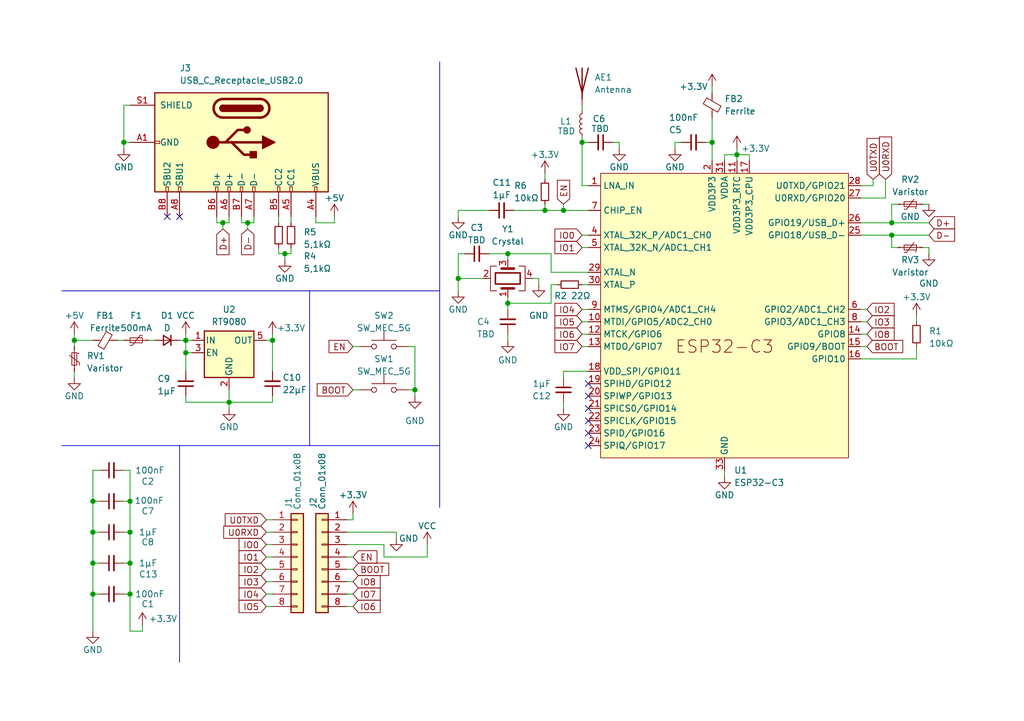
<source format=kicad_sch>
(kicad_sch (version 20231120) (generator "eeschema") (generator_version "8.0")
  (paper "A5")
  (title_block (title "Epi C3") (company "Ping hobbyelektronik"))
  (lib_symbols
    (symbol "Connector:USB_C_Receptacle_USB2.0" (pin_names (offset 1.016))
      (property "Reference" "J" (at -10.16 19.05 0))
      (property "Value" "USB_C_Receptacle_USB2.0" (at 19.05 19.05 0))
      (symbol "USB_C_Receptacle_USB2.0_0_0"
        (rectangle (start -0.254 -17.78) (end 0.254 -16.764))
        (rectangle (start 10.16 -14.986) (end 9.144 -15.494))
        (rectangle (start 10.16 -12.446) (end 9.144 -12.954))
        (rectangle (start 10.16 -4.826) (end 9.144 -5.334))
        (rectangle (start 10.16 -2.286) (end 9.144 -2.794))
        (rectangle (start 10.16 0.254) (end 9.144 -0.254))
        (rectangle (start 10.16 2.794) (end 9.144 2.286))
        (rectangle (start 10.16 7.874) (end 9.144 7.366))
        (rectangle (start 10.16 10.414) (end 9.144 9.906))
        (rectangle (start 10.16 15.494) (end 9.144 14.986))
      )
      (symbol "USB_C_Receptacle_USB2.0_0_1"
        (rectangle (start -10.16 17.78) (end 10.16 -17.78) (stroke (width 0.254)) (fill (type background)))
        (arc (start -8.89 -3.81) (mid -6.985 -5.7067) (end -5.08 -3.81) (stroke (width 0.508)))
        (arc (start -7.62 -3.81) (mid -6.985 -4.4423) (end -6.35 -3.81) (stroke (width 0.254)))
        (arc (start -7.62 -3.81) (mid -6.985 -4.4423) (end -6.35 -3.81) (stroke (width 0.254)) (fill (type outline)))
        (rectangle (start -7.62 -3.81) (end -6.35 3.81) (stroke (width 0.254)) (fill (type outline)))
        (arc (start -6.35 3.81) (mid -6.985 4.4423) (end -7.62 3.81) (stroke (width 0.254)))
        (arc (start -6.35 3.81) (mid -6.985 4.4423) (end -7.62 3.81) (stroke (width 0.254)) (fill (type outline)))
        (arc (start -5.08 3.81) (mid -6.985 5.7067) (end -8.89 3.81) (stroke (width 0.508)))
        (circle (center -2.54 1.143) (radius 0.635) (stroke (width 0.254)) (fill (type outline)))
        (circle (center 0 -5.842) (radius 1.27) (fill (type outline)))
        (polyline (pts (xy -8.89 -3.81) (xy -8.89 3.81)) (stroke (width 0.508)))
        (polyline (pts (xy -5.08 3.81) (xy -5.08 -3.81)) (stroke (width 0.508)))
        (polyline (pts (xy 0 -5.842) (xy 0 4.318)) (stroke (width 0.508)))
        (polyline (pts (xy 0 -3.302) (xy -2.54 -0.762) (xy -2.54 0.508)) (stroke (width 0.508)))
        (polyline (pts (xy 0 -2.032) (xy 2.54 0.508) (xy 2.54 1.778)) (stroke (width 0.508)))
        (polyline (pts (xy -1.27 4.318) (xy 0 6.858) (xy 1.27 4.318) (xy -1.27 4.318)) (stroke (width 0.254)) (fill (type outline)))
        (rectangle (start 1.905 1.778) (end 3.175 3.048) (stroke (width 0.254)) (fill (type outline)))
      )
      (symbol "USB_C_Receptacle_USB2.0_1_1"
        (pin passive line (at 0 -22.86 90) (length 5.08) (name "GND") (number "A1"))
        (pin passive line (at 0 -22.86 90) (length 5.08) hide (name "GND") (number "A12"))
        (pin passive line (at 15.24 15.24 180) (length 5.08) (name "VBUS") (number "A4"))
        (pin bidirectional line (at 15.24 10.16 180) (length 5.08) (name "CC1") (number "A5"))
        (pin bidirectional line (at 15.24 -2.54 180) (length 5.08) (name "D+") (number "A6"))
        (pin bidirectional line (at 15.24 2.54 180) (length 5.08) (name "D-") (number "A7"))
        (pin bidirectional line (at 15.24 -12.7 180) (length 5.08) (name "SBU1") (number "A8"))
        (pin passive line (at 15.24 15.24 180) (length 5.08) hide (name "VBUS") (number "A9"))
        (pin passive line (at 0 -22.86 90) (length 5.08) hide (name "GND") (number "B1"))
        (pin passive line (at 0 -22.86 90) (length 5.08) hide (name "GND") (number "B12"))
        (pin passive line (at 15.24 15.24 180) (length 5.08) hide (name "VBUS") (number "B4"))
        (pin bidirectional line (at 15.24 7.62 180) (length 5.08) (name "CC2") (number "B5"))
        (pin bidirectional line (at 15.24 -5.08 180) (length 5.08) (name "D+") (number "B6"))
        (pin bidirectional line (at 15.24 0 180) (length 5.08) (name "D-") (number "B7"))
        (pin bidirectional line (at 15.24 -15.24 180) (length 5.08) (name "SBU2") (number "B8"))
        (pin passive line (at 15.24 15.24 180) (length 5.08) hide (name "VBUS") (number "B9"))
        (pin passive line (at -7.62 -22.86 90) (length 5.08) (name "SHIELD") (number "S1"))
      )
    )
    (symbol "Connector_Generic:Conn_01x08" (pin_names (offset 1.016) hide)
      (property "Reference" "J" (at 0 10.16 0))
      (property "Value" "Conn_01x08" (at 0 -12.7 0))
      (symbol "Conn_01x08_1_1"
        (rectangle (start -1.27 -10.033) (end 0 -10.287) (stroke (width 0.1524)))
        (rectangle (start -1.27 -7.493) (end 0 -7.747) (stroke (width 0.1524)))
        (rectangle (start -1.27 -4.953) (end 0 -5.207) (stroke (width 0.1524)))
        (rectangle (start -1.27 -2.413) (end 0 -2.667) (stroke (width 0.1524)))
        (rectangle (start -1.27 0.127) (end 0 -0.127) (stroke (width 0.1524)))
        (rectangle (start -1.27 2.667) (end 0 2.413) (stroke (width 0.1524)))
        (rectangle (start -1.27 5.207) (end 0 4.953) (stroke (width 0.1524)))
        (rectangle (start -1.27 7.747) (end 0 7.493) (stroke (width 0.1524)))
        (rectangle (start -1.27 8.89) (end 1.27 -11.43) (stroke (width 0.254)) (fill (type background)))
        (pin passive line (at -5.08 7.62 0) (length 3.81) (name "Pin_1") (number "1"))
        (pin passive line (at -5.08 5.08 0) (length 3.81) (name "Pin_2") (number "2"))
        (pin passive line (at -5.08 2.54 0) (length 3.81) (name "Pin_3") (number "3"))
        (pin passive line (at -5.08 0 0) (length 3.81) (name "Pin_4") (number "4"))
        (pin passive line (at -5.08 -2.54 0) (length 3.81) (name "Pin_5") (number "5"))
        (pin passive line (at -5.08 -5.08 0) (length 3.81) (name "Pin_6") (number "6"))
        (pin passive line (at -5.08 -7.62 0) (length 3.81) (name "Pin_7") (number "7"))
        (pin passive line (at -5.08 -10.16 0) (length 3.81) (name "Pin_8") (number "8"))
      )
    )
    (symbol "Device:Antenna" (pin_numbers hide) (pin_names (offset 1.016) hide)
      (property "Reference" "AE" (at -1.905 1.905 0))
      (property "Value" "Antenna" (at -1.905 0 0))
      (symbol "Antenna_0_1"
        (polyline (pts (xy 0 2.54) (xy 0 -3.81)) (stroke (width 0.254)))
        (polyline (pts (xy 1.27 2.54) (xy 0 -2.54) (xy -1.27 2.54)) (stroke (width 0.254)))
      )
      (symbol "Antenna_1_1"
        (pin input line (at 0 -5.08 90) (length 2.54) (name "A") (number "1"))
      )
    )
    (symbol "Device:C_Small" (pin_numbers hide) (pin_names (offset 0.254) hide)
      (property "Reference" "C" (at 0.254 1.778 0))
      (property "Value" "C_Small" (at 0.254 -2.032 0))
      (symbol "C_Small_0_1"
        (polyline (pts (xy -1.524 -0.508) (xy 1.524 -0.508)) (stroke (width 0.3302)))
        (polyline (pts (xy -1.524 0.508) (xy 1.524 0.508)) (stroke (width 0.3048)))
      )
      (symbol "C_Small_1_1"
        (pin passive line (at 0 2.54 270) (length 2.032) (name "~") (number "1"))
        (pin passive line (at 0 -2.54 90) (length 2.032) (name "~") (number "2"))
      )
    )
    (symbol "Device:Crystal_GND24" (pin_names (offset 1.016) hide)
      (property "Reference" "Y" (at 3.175 5.08 0))
      (property "Value" "Crystal_GND24" (at 3.175 3.175 0))
      (symbol "Crystal_GND24_0_1"
        (rectangle (start -1.143 2.54) (end 1.143 -2.54) (stroke (width 0.3048)))
        (polyline (pts (xy -2.54 0) (xy -2.032 0)))
        (polyline (pts (xy -2.032 -1.27) (xy -2.032 1.27)) (stroke (width 0.508)))
        (polyline (pts (xy 0 -3.81) (xy 0 -3.556)))
        (polyline (pts (xy 0 3.556) (xy 0 3.81)))
        (polyline (pts (xy 2.032 -1.27) (xy 2.032 1.27)) (stroke (width 0.508)))
        (polyline (pts (xy 2.032 0) (xy 2.54 0)))
        (polyline (pts (xy -2.54 -2.286) (xy -2.54 -3.556) (xy 2.54 -3.556) (xy 2.54 -2.286)))
        (polyline (pts (xy -2.54 2.286) (xy -2.54 3.556) (xy 2.54 3.556) (xy 2.54 2.286)))
      )
      (symbol "Crystal_GND24_1_1"
        (pin passive line (at -3.81 0 0) (length 1.27) (name "1") (number "1"))
        (pin passive line (at 0 5.08 270) (length 1.27) (name "2") (number "2"))
        (pin passive line (at 3.81 0 180) (length 1.27) (name "3") (number "3"))
        (pin passive line (at 0 -5.08 90) (length 1.27) (name "4") (number "4"))
      )
    )
    (symbol "Device:D_Small" (pin_numbers hide) (pin_names (offset 0.254) hide)
      (property "Reference" "D" (at -1.27 2.032 0))
      (property "Value" "D_Small" (at -3.81 -2.032 0))
      (symbol "D_Small_0_1"
        (polyline (pts (xy -0.762 -1.016) (xy -0.762 1.016)) (stroke (width 0.254)))
        (polyline (pts (xy -0.762 0) (xy 0.762 0)))
        (polyline (pts (xy 0.762 -1.016) (xy -0.762 0) (xy 0.762 1.016) (xy 0.762 -1.016)) (stroke (width 0.254)))
      )
      (symbol "D_Small_1_1"
        (pin passive line (at -2.54 0 0) (length 1.778) (name "K") (number "1"))
        (pin passive line (at 2.54 0 180) (length 1.778) (name "A") (number "2"))
      )
    )
    (symbol "Device:FerriteBead_Small" (pin_numbers hide) (pin_names (offset 0))
      (property "Reference" "FB" (at 1.905 1.27 0))
      (property "Value" "FerriteBead_Small" (at 1.905 -1.27 0))
      (symbol "FerriteBead_Small_0_1"
        (polyline (pts (xy 0 -1.27) (xy 0 -0.7874)))
        (polyline (pts (xy 0 0.889) (xy 0 1.2954)))
        (polyline (pts (xy -1.8288 0.2794) (xy -1.1176 1.4986) (xy 1.8288 -0.2032) (xy 1.1176 -1.4224) (xy -1.8288 0.2794)))
      )
      (symbol "FerriteBead_Small_1_1"
        (pin passive line (at 0 2.54 270) (length 1.27) (name "~") (number "1"))
        (pin passive line (at 0 -2.54 90) (length 1.27) (name "~") (number "2"))
      )
    )
    (symbol "Device:L_Small" (pin_numbers hide) (pin_names (offset 0.254) hide)
      (property "Reference" "L" (at 0.762 1.016 0))
      (property "Value" "L_Small" (at 0.762 -1.016 0))
      (symbol "L_Small_0_1"
        (arc (start 0 -2.032) (mid 0.5058 -1.524) (end 0 -1.016))
        (arc (start 0 -1.016) (mid 0.5058 -0.508) (end 0 0))
        (arc (start 0 0) (mid 0.5058 0.508) (end 0 1.016))
        (arc (start 0 1.016) (mid 0.5058 1.524) (end 0 2.032))
      )
      (symbol "L_Small_1_1"
        (pin passive line (at 0 2.54 270) (length 0.508) (name "~") (number "1"))
        (pin passive line (at 0 -2.54 90) (length 0.508) (name "~") (number "2"))
      )
    )
    (symbol "Device:Polyfuse_Small" (pin_numbers hide) (pin_names (offset 0))
      (property "Reference" "F" (at -1.905 0 90))
      (property "Value" "Polyfuse_Small" (at 1.905 0 90))
      (symbol "Polyfuse_Small_0_1"
        (rectangle (start -0.508 1.27) (end 0.508 -1.27))
        (polyline (pts (xy 0 2.54) (xy 0 -2.54)))
        (polyline (pts (xy -1.016 1.27) (xy -1.016 0.762) (xy 1.016 -0.762) (xy 1.016 -1.27)))
      )
      (symbol "Polyfuse_Small_1_1"
        (pin passive line (at 0 2.54 270) (length 0.635) (name "~") (number "1"))
        (pin passive line (at 0 -2.54 90) (length 0.635) (name "~") (number "2"))
      )
    )
    (symbol "Device:R_Small" (pin_numbers hide) (pin_names (offset 0.254) hide)
      (property "Reference" "R" (at 0.762 0.508 0))
      (property "Value" "R_Small" (at 0.762 -1.016 0))
      (symbol "R_Small_0_1"
        (rectangle (start -0.762 1.778) (end 0.762 -1.778) (stroke (width 0.2032)))
      )
      (symbol "R_Small_1_1"
        (pin passive line (at 0 2.54 270) (length 0.762) (name "~") (number "1"))
        (pin passive line (at 0 -2.54 90) (length 0.762) (name "~") (number "2"))
      )
    )
    (symbol "PCM_Espressif:ESP32-C3"
      (property "Reference" "U" (at -25.4 35.56 0))
      (property "Value" "ESP32-C3" (at -25.4 33.02 0))
      (symbol "ESP32-C3_0_0"
        (text "ESP32-C3" (at 0 -5.08 0) (effects (font (size 2.54 2.54))))
        (pin bidirectional line (at -27.94 27.94 0) (length 2.54) (name "LNA_IN") (number "1"))
        (pin bidirectional line (at -27.94 0 0) (length 2.54) (name "MTDI/GPIO5/ADC2_CH0") (number "10"))
        (pin power_in line (at 2.54 33.02 270) (length 2.54) (name "VDD3P3_RTC") (number "11"))
        (pin bidirectional line (at -27.94 -2.54 0) (length 2.54) (name "MTCK/GPIO6") (number "12"))
        (pin bidirectional line (at -27.94 -5.08 0) (length 2.54) (name "MTDO/GPIO7") (number "13"))
        (pin bidirectional line (at 27.94 -2.54 180) (length 2.54) (name "GPIO8") (number "14"))
        (pin bidirectional line (at 27.94 -5.08 180) (length 2.54) (name "GPIO9/BOOT") (number "15"))
        (pin bidirectional line (at 27.94 -7.62 180) (length 2.54) (name "GPIO10") (number "16"))
        (pin power_in line (at 5.08 33.02 270) (length 2.54) (name "VDD3P3_CPU") (number "17"))
        (pin bidirectional line (at -27.94 -10.16 0) (length 2.54) (name "VDD_SPI/GPIO11") (number "18"))
        (pin bidirectional line (at -27.94 -12.7 0) (length 2.54) (name "SPIHD/GPIO12") (number "19"))
        (pin power_in line (at -2.54 33.02 270) (length 2.54) (name "VDD3P3") (number "2"))
        (pin bidirectional line (at -27.94 -15.24 0) (length 2.54) (name "SPIWP/GPIO13") (number "20"))
        (pin bidirectional line (at -27.94 -17.78 0) (length 2.54) (name "SPICS0/GPIO14") (number "21"))
        (pin bidirectional line (at -27.94 -20.32 0) (length 2.54) (name "SPICLK/GPIO15") (number "22"))
        (pin bidirectional line (at -27.94 -22.86 0) (length 2.54) (name "SPID/GPIO16") (number "23"))
        (pin bidirectional line (at -27.94 -25.4 0) (length 2.54) (name "SPIQ/GPIO17") (number "24"))
        (pin bidirectional line (at 27.94 17.78 180) (length 2.54) (name "GPIO18/USB_D-") (number "25"))
        (pin bidirectional line (at 27.94 20.32 180) (length 2.54) (name "GPIO19/USB_D+") (number "26"))
        (pin bidirectional line (at 27.94 25.4 180) (length 2.54) (name "U0RXD/GPIO20") (number "27"))
        (pin bidirectional line (at 27.94 27.94 180) (length 2.54) (name "U0TXD/GPIO21") (number "28"))
        (pin output line (at -27.94 10.16 0) (length 2.54) (name "XTAL_N") (number "29"))
        (pin input line (at -27.94 7.62 0) (length 2.54) (name "XTAL_P") (number "30"))
        (pin power_in line (at 0 33.02 270) (length 2.54) (name "VDDA") (number "31"))
        (pin power_in line (at 0 -30.48 90) (length 2.54) (name "GND") (number "33"))
        (pin output line (at -27.94 17.78 0) (length 2.54) (name "XTAL_32K_P/ADC1_CH0") (number "4"))
        (pin input line (at -27.94 15.24 0) (length 2.54) (name "XTAL_32K_N/ADC1_CH1") (number "5"))
        (pin bidirectional line (at 27.94 2.54 180) (length 2.54) (name "GPIO2/ADC1_CH2") (number "6"))
        (pin input line (at -27.94 22.86 0) (length 2.54) (name "CHIP_EN") (number "7"))
        (pin bidirectional line (at 27.94 0 180) (length 2.54) (name "GPIO3/ADC1_CH3") (number "8"))
        (pin bidirectional line (at -27.94 2.54 0) (length 2.54) (name "MTMS/GPIO4/ADC1_CH4") (number "9"))
      )
      (symbol "ESP32-C3_0_1"
        (rectangle (start -25.4 30.48) (end 25.4 -27.94) (fill (type background)))
        (pin passive line (at -2.54 33.02 270) (length 2.54) hide (name "VDD3P3") (number "3"))
        (pin passive line (at 0 33.02 270) (length 2.54) hide (name "VDDA") (number "32"))
      )
    )
    (symbol "Polyfuse_Small_1" (pin_numbers hide) (pin_names (offset 0))
      (property "Reference" "F2" (at 5.08 0 90))
      (property "Value" "Varistor" (at 2.54 0 90))
      (symbol "Polyfuse_Small_1_0_1"
        (rectangle (start -0.508 1.27) (end 0.508 -1.27))
        (polyline (pts (xy 0 2.54) (xy 0 -2.54)))
        (polyline (pts (xy -1.0104 0.7592) (xy -1.016 0.762) (xy 1.016 -0.762) (xy 1.016 -1.27)))
        (arc (start 0.9321 1.1065) (mid 0.8392 1.2001) (end 0.7377 1.1159))
      )
      (symbol "Polyfuse_Small_1_1_1"
        (pin passive line (at 0 2.54 270) (length 0.635) (name "~") (number "1"))
        (pin passive line (at 0 -2.54 90) (length 0.635) (name "~") (number "2"))
      )
    )
    (symbol "Regulator_Linear:TLV75533PDBV" (pin_names (offset 0.254))
      (property "Reference" "U" (at -3.81 5.715 0))
      (property "Value" "TLV75533PDBV" (at 0 5.715 0))
      (symbol "TLV75533PDBV_0_1"
        (rectangle (start -5.08 4.445) (end 5.08 -5.08) (stroke (width 0.254)) (fill (type background)))
      )
      (symbol "TLV75533PDBV_1_1"
        (pin power_in line (at -7.62 2.54 0) (length 2.54) (name "IN") (number "1"))
        (pin power_in line (at 0 -7.62 90) (length 2.54) (name "GND") (number "2"))
        (pin input line (at -7.62 0 0) (length 2.54) (name "EN") (number "3"))
        (pin no_connect line (at 5.08 0 180) (length 2.54) hide (name "NC") (number "4"))
        (pin power_out line (at 7.62 2.54 180) (length 2.54) (name "OUT") (number "5"))
      )
    )
    (symbol "SW_MEC_5G_1" (pin_numbers hide) (pin_names (offset 1.016) hide)
      (property "Reference" "SW2" (at 0 6.35 0))
      (property "Value" "SW_MEC_5G" (at 0 3.81 0))
      (symbol "SW_MEC_5G_1_0_1"
        (circle (center -2.032 0) (radius 0.508))
        (polyline (pts (xy 0 1.27) (xy 0 3.048)))
        (polyline (pts (xy 2.54 1.27) (xy -2.54 1.27)))
        (circle (center 2.032 0) (radius 0.508))
        (pin passive line (at -5.08 0 0) (length 2.54) (name "A") (number "1"))
      )
      (symbol "SW_MEC_5G_1_1_1"
        (pin passive line (at -5.08 0 0) (length 2.54) hide (name "A") (number "2"))
        (pin passive line (at 5.08 0 180) (length 2.54) (name "B") (number "3"))
        (pin passive line (at 5.08 0 180) (length 2.54) hide (name "B") (number "4"))
      )
    )
    (symbol "Switch:SW_MEC_5G" (pin_numbers hide) (pin_names (offset 1.016) hide)
      (property "Reference" "SW1" (at 0 6.35 0))
      (property "Value" "SW_MEC_5G" (at 0 3.81 0))
      (symbol "SW_MEC_5G_0_1"
        (circle (center -2.032 0) (radius 0.508))
        (polyline (pts (xy 0 1.27) (xy 0 3.048)))
        (polyline (pts (xy 2.54 1.27) (xy -2.54 1.27)))
        (circle (center 2.032 0) (radius 0.508))
        (pin passive line (at -5.08 0 0) (length 2.54) (name "A") (number "1"))
      )
      (symbol "SW_MEC_5G_1_1"
        (pin passive line (at -5.08 0 0) (length 2.54) hide (name "A") (number "2"))
        (pin passive line (at 5.08 0 180) (length 2.54) (name "B") (number "3"))
        (pin passive line (at 5.08 0 180) (length 2.54) hide (name "B") (number "4"))
      )
    )
    (symbol "power:+3.3V" (power) (pin_names (offset 0))
      (property "Value" "+3.3V" (at 0 3.556 0))
      (symbol "+3.3V_0_1"
        (polyline (pts (xy -0.762 1.27) (xy 0 2.54)))
        (polyline (pts (xy 0 0) (xy 0 2.54)))
        (polyline (pts (xy 0 2.54) (xy 0.762 1.27)))
      )
      (symbol "+3.3V_1_1"
        (pin power_in line (at 0 0 90) (length 0) hide (name "+3.3V") (number "1"))
      )
    )
    (symbol "power:+5V" (power) (pin_names (offset 0))
      (property "Value" "+5V" (at 0 3.556 0))
      (symbol "+5V_0_1"
        (polyline (pts (xy -0.762 1.27) (xy 0 2.54)))
        (polyline (pts (xy 0 0) (xy 0 2.54)))
        (polyline (pts (xy 0 2.54) (xy 0.762 1.27)))
      )
      (symbol "+5V_1_1"
        (pin power_in line (at 0 0 90) (length 0) hide (name "+5V") (number "1"))
      )
    )
    (symbol "power:GND" (power) (pin_names (offset 0))
      (property "Value" "GND" (at 0 -3.81 0))
      (symbol "GND_0_1"
        (polyline (pts (xy 0 0) (xy 0 -1.27) (xy 1.27 -1.27) (xy 0 -2.54) (xy -1.27 -1.27) (xy 0 -1.27)))
      )
      (symbol "GND_1_1"
        (pin power_in line (at 0 0 270) (length 0) hide (name "GND") (number "1"))
      )
    )
    (symbol "power:VCC" (power) (pin_names (offset 0))
      (property "Value" "VCC" (at 0 3.81 0))
      (symbol "VCC_0_1"
        (polyline (pts (xy -0.762 1.27) (xy 0 2.54)))
        (polyline (pts (xy 0 0) (xy 0 2.54)))
        (polyline (pts (xy 0 2.54) (xy 0.762 1.27)))
      )
      (symbol "VCC_1_1"
        (pin power_in line (at 0 0 90) (length 0) hide (name "VCC") (number "1"))
      )
    )
  )
  (junction (at 50.8 45.72))
  (junction (at 19.05 121.92))
  (junction (at 182.88 45.72))
  (junction (at 26.67 109.22))
  (junction (at 25.4 29.21))
  (junction (at 146.05 29.21))
  (junction (at 85.09 80.01))
  (junction (at 119.38 29.21))
  (junction (at 26.67 115.57))
  (junction (at 93.98 57.15))
  (junction (at 151.13 31.75))
  (junction (at 38.1 69.85))
  (junction (at 19.05 109.22))
  (junction (at 182.88 48.26))
  (junction (at 15.24 69.85))
  (junction (at 19.05 115.57))
  (junction (at 38.1 72.39))
  (junction (at 115.57 43.18))
  (junction (at 104.14 62.23))
  (junction (at 19.05 102.87))
  (junction (at 104.14 52.07))
  (junction (at 45.72 45.72))
  (junction (at 58.42 52.07))
  (junction (at 55.88 69.85))
  (junction (at 26.67 102.87))
  (junction (at 111.76 43.18))
  (junction (at 46.99 82.55))
  (junction (at 26.67 121.92))
  (no_connect (at 120.65 78.74))
  (no_connect (at 120.65 91.44))
  (no_connect (at 36.83 44.45))
  (no_connect (at 120.65 83.82))
  (no_connect (at 120.65 88.9))
  (no_connect (at 34.29 44.45))
  (no_connect (at 120.65 81.28))
  (no_connect (at 120.65 86.36))
  (wire (pts (xy 115.57 82.55) (xy 115.57 83.82)))
  (wire (pts (xy 26.67 96.52) (xy 26.67 102.87)))
  (wire (pts (xy 119.38 68.58) (xy 120.65 68.58)))
  (wire (pts (xy 38.1 72.39) (xy 39.37 72.39)))
  (wire (pts (xy 44.45 44.45) (xy 44.45 45.72)))
  (wire (pts (xy 87.63 111.76) (xy 87.63 114.3)))
  (wire (pts (xy 127 29.21) (xy 125.73 29.21)))
  (wire (pts (xy 24.13 69.85) (xy 25.4 69.85)))
  (polyline (pts (xy 90.17 12.7) (xy 90.17 104.14)))
  (wire (pts (xy 184.15 41.91) (xy 182.88 41.91)))
  (wire (pts (xy 182.88 41.91) (xy 182.88 45.72)))
  (wire (pts (xy 111.76 43.18) (xy 111.76 41.91)))
  (wire (pts (xy 15.24 76.2) (xy 15.24 77.47)))
  (wire (pts (xy 72.39 80.01) (xy 73.66 80.01)))
  (wire (pts (xy 87.63 114.3) (xy 78.74 114.3)))
  (wire (pts (xy 20.32 96.52) (xy 19.05 96.52)))
  (wire (pts (xy 15.24 68.58) (xy 15.24 69.85)))
  (wire (pts (xy 59.69 44.45) (xy 59.69 45.72)))
  (wire (pts (xy 85.09 71.12) (xy 85.09 80.01)))
  (wire (pts (xy 176.53 68.58) (xy 177.8 68.58)))
  (wire (pts (xy 38.1 72.39) (xy 38.1 76.2)))
  (wire (pts (xy 187.96 64.77) (xy 187.96 66.04)))
  (wire (pts (xy 59.69 52.07) (xy 58.42 52.07)))
  (wire (pts (xy 148.59 31.75) (xy 148.59 33.02)))
  (wire (pts (xy 44.45 45.72) (xy 45.72 45.72)))
  (wire (pts (xy 113.03 58.42) (xy 114.3 58.42)))
  (wire (pts (xy 110.49 58.42) (xy 110.49 57.15)))
  (wire (pts (xy 100.33 52.07) (xy 104.14 52.07)))
  (wire (pts (xy 104.14 53.34) (xy 104.14 52.07)))
  (wire (pts (xy 15.24 69.85) (xy 19.05 69.85)))
  (wire (pts (xy 19.05 115.57) (xy 19.05 121.92)))
  (wire (pts (xy 176.53 48.26) (xy 182.88 48.26)))
  (wire (pts (xy 176.53 71.12) (xy 177.8 71.12)))
  (wire (pts (xy 50.8 45.72) (xy 52.07 45.72)))
  (wire (pts (xy 115.57 43.18) (xy 120.65 43.18)))
  (wire (pts (xy 26.67 115.57) (xy 25.4 115.57)))
  (wire (pts (xy 55.88 68.58) (xy 55.88 69.85)))
  (wire (pts (xy 181.61 36.83) (xy 181.61 40.64)))
  (wire (pts (xy 182.88 45.72) (xy 190.5 45.72)))
  (wire (pts (xy 111.76 43.18) (xy 115.57 43.18)))
  (wire (pts (xy 179.07 36.83) (xy 179.07 38.1)))
  (wire (pts (xy 26.67 109.22) (xy 25.4 109.22)))
  (wire (pts (xy 127 30.48) (xy 127 29.21)))
  (wire (pts (xy 29.21 129.54) (xy 26.67 129.54)))
  (wire (pts (xy 151.13 31.75) (xy 151.13 33.02)))
  (wire (pts (xy 20.32 115.57) (xy 19.05 115.57)))
  (wire (pts (xy 119.38 58.42) (xy 120.65 58.42)))
  (wire (pts (xy 119.38 21.59) (xy 119.38 22.86)))
  (wire (pts (xy 57.15 50.8) (xy 57.15 52.07)))
  (wire (pts (xy 119.38 27.94) (xy 119.38 29.21)))
  (wire (pts (xy 176.53 45.72) (xy 182.88 45.72)))
  (wire (pts (xy 104.14 62.23) (xy 104.14 63.5)))
  (wire (pts (xy 72.39 116.84) (xy 71.12 116.84)))
  (wire (pts (xy 38.1 68.58) (xy 38.1 69.85)))
  (wire (pts (xy 36.83 69.85) (xy 38.1 69.85)))
  (wire (pts (xy 190.5 41.91) (xy 189.23 41.91)))
  (wire (pts (xy 38.1 69.85) (xy 38.1 72.39)))
  (wire (pts (xy 72.39 114.3) (xy 71.12 114.3)))
  (wire (pts (xy 115.57 77.47) (xy 115.57 76.2)))
  (wire (pts (xy 49.53 45.72) (xy 50.8 45.72)))
  (wire (pts (xy 146.05 17.78) (xy 146.05 19.05)))
  (wire (pts (xy 119.38 63.5) (xy 120.65 63.5)))
  (wire (pts (xy 176.53 66.04) (xy 177.8 66.04)))
  (wire (pts (xy 55.88 82.55) (xy 46.99 82.55)))
  (wire (pts (xy 81.28 109.22) (xy 71.12 109.22)))
  (wire (pts (xy 93.98 44.45) (xy 93.98 43.18)))
  (wire (pts (xy 83.82 71.12) (xy 85.09 71.12)))
  (wire (pts (xy 151.13 31.75) (xy 153.67 31.75)))
  (wire (pts (xy 54.61 124.46) (xy 55.88 124.46)))
  (wire (pts (xy 19.05 109.22) (xy 19.05 115.57)))
  (wire (pts (xy 78.74 114.3) (xy 78.74 111.76)))
  (wire (pts (xy 146.05 24.13) (xy 146.05 29.21)))
  (wire (pts (xy 72.39 106.68) (xy 71.12 106.68)))
  (wire (pts (xy 119.38 50.8) (xy 120.65 50.8)))
  (wire (pts (xy 19.05 121.92) (xy 19.05 129.54)))
  (wire (pts (xy 15.24 69.85) (xy 15.24 71.12)))
  (wire (pts (xy 104.14 52.07) (xy 113.03 52.07)))
  (wire (pts (xy 57.15 52.07) (xy 58.42 52.07)))
  (wire (pts (xy 25.4 29.21) (xy 26.67 29.21)))
  (wire (pts (xy 182.88 50.8) (xy 182.88 48.26)))
  (wire (pts (xy 72.39 119.38) (xy 71.12 119.38)))
  (wire (pts (xy 120.65 38.1) (xy 119.38 38.1)))
  (wire (pts (xy 119.38 48.26) (xy 120.65 48.26)))
  (wire (pts (xy 181.61 40.64) (xy 176.53 40.64)))
  (wire (pts (xy 111.76 35.56) (xy 111.76 36.83)))
  (wire (pts (xy 29.21 129.54) (xy 29.21 128.27)))
  (wire (pts (xy 148.59 96.52) (xy 148.59 97.79)))
  (wire (pts (xy 68.58 44.45) (xy 68.58 45.72)))
  (wire (pts (xy 105.41 43.18) (xy 111.76 43.18)))
  (wire (pts (xy 68.58 45.72) (xy 64.77 45.72)))
  (wire (pts (xy 179.07 38.1) (xy 176.53 38.1)))
  (wire (pts (xy 26.67 121.92) (xy 26.67 129.54)))
  (polyline (pts (xy 63.5 59.69) (xy 63.5 91.44)))
  (wire (pts (xy 45.72 45.72) (xy 45.72 46.99)))
  (wire (pts (xy 49.53 44.45) (xy 49.53 45.72)))
  (wire (pts (xy 58.42 52.07) (xy 58.42 53.34)))
  (wire (pts (xy 72.39 105.41) (xy 72.39 106.68)))
  (wire (pts (xy 25.4 102.87) (xy 26.67 102.87)))
  (wire (pts (xy 104.14 60.96) (xy 104.14 62.23)))
  (wire (pts (xy 54.61 119.38) (xy 55.88 119.38)))
  (wire (pts (xy 38.1 81.28) (xy 38.1 82.55)))
  (wire (pts (xy 20.32 102.87) (xy 19.05 102.87)))
  (wire (pts (xy 187.96 73.66) (xy 187.96 71.12)))
  (wire (pts (xy 26.67 115.57) (xy 26.67 121.92)))
  (wire (pts (xy 78.74 111.76) (xy 71.12 111.76)))
  (wire (pts (xy 95.25 52.07) (xy 93.98 52.07)))
  (wire (pts (xy 54.61 106.68) (xy 55.88 106.68)))
  (wire (pts (xy 55.88 81.28) (xy 55.88 82.55)))
  (wire (pts (xy 190.5 50.8) (xy 189.23 50.8)))
  (wire (pts (xy 151.13 31.75) (xy 151.13 30.48)))
  (wire (pts (xy 72.39 121.92) (xy 71.12 121.92)))
  (wire (pts (xy 110.49 57.15) (xy 109.22 57.15)))
  (wire (pts (xy 144.78 29.21) (xy 146.05 29.21)))
  (wire (pts (xy 72.39 124.46) (xy 71.12 124.46)))
  (wire (pts (xy 81.28 110.49) (xy 81.28 109.22)))
  (wire (pts (xy 55.88 76.2) (xy 55.88 69.85)))
  (polyline (pts (xy 12.7 91.44) (xy 90.17 91.44)))
  (wire (pts (xy 115.57 76.2) (xy 120.65 76.2)))
  (wire (pts (xy 54.61 116.84) (xy 55.88 116.84)))
  (wire (pts (xy 46.99 82.55) (xy 46.99 83.82)))
  (wire (pts (xy 25.4 30.48) (xy 25.4 29.21)))
  (wire (pts (xy 26.67 102.87) (xy 26.67 109.22)))
  (wire (pts (xy 146.05 29.21) (xy 146.05 33.02)))
  (wire (pts (xy 46.99 80.01) (xy 46.99 82.55)))
  (wire (pts (xy 113.03 55.88) (xy 120.65 55.88)))
  (wire (pts (xy 54.61 111.76) (xy 55.88 111.76)))
  (wire (pts (xy 50.8 45.72) (xy 50.8 46.99)))
  (wire (pts (xy 38.1 69.85) (xy 39.37 69.85)))
  (wire (pts (xy 19.05 96.52) (xy 19.05 102.87)))
  (wire (pts (xy 54.61 121.92) (xy 55.88 121.92)))
  (wire (pts (xy 176.53 73.66) (xy 187.96 73.66)))
  (wire (pts (xy 85.09 80.01) (xy 83.82 80.01)))
  (wire (pts (xy 54.61 114.3) (xy 55.88 114.3)))
  (wire (pts (xy 20.32 121.92) (xy 19.05 121.92)))
  (wire (pts (xy 26.67 21.59) (xy 25.4 21.59)))
  (wire (pts (xy 190.5 52.07) (xy 190.5 50.8)))
  (wire (pts (xy 113.03 52.07) (xy 113.03 55.88)))
  (wire (pts (xy 119.38 71.12) (xy 120.65 71.12)))
  (wire (pts (xy 25.4 21.59) (xy 25.4 29.21)))
  (wire (pts (xy 57.15 44.45) (xy 57.15 45.72)))
  (wire (pts (xy 54.61 109.22) (xy 55.88 109.22)))
  (wire (pts (xy 59.69 50.8) (xy 59.69 52.07)))
  (wire (pts (xy 26.67 109.22) (xy 26.67 115.57)))
  (wire (pts (xy 26.67 121.92) (xy 25.4 121.92)))
  (wire (pts (xy 93.98 43.18) (xy 100.33 43.18)))
  (wire (pts (xy 30.48 69.85) (xy 31.75 69.85)))
  (polyline (pts (xy 12.7 59.69) (xy 90.17 59.69)))
  (wire (pts (xy 148.59 31.75) (xy 151.13 31.75)))
  (wire (pts (xy 138.43 29.21) (xy 138.43 30.48)))
  (wire (pts (xy 120.65 29.21) (xy 119.38 29.21)))
  (wire (pts (xy 119.38 66.04) (xy 120.65 66.04)))
  (wire (pts (xy 119.38 38.1) (xy 119.38 29.21)))
  (wire (pts (xy 64.77 45.72) (xy 64.77 44.45)))
  (wire (pts (xy 176.53 63.5) (xy 177.8 63.5)))
  (wire (pts (xy 182.88 48.26) (xy 190.5 48.26)))
  (wire (pts (xy 85.09 81.28) (xy 85.09 80.01)))
  (wire (pts (xy 153.67 31.75) (xy 153.67 33.02)))
  (wire (pts (xy 93.98 57.15) (xy 99.06 57.15)))
  (wire (pts (xy 104.14 62.23) (xy 113.03 62.23)))
  (wire (pts (xy 72.39 71.12) (xy 73.66 71.12)))
  (wire (pts (xy 93.98 52.07) (xy 93.98 57.15)))
  (wire (pts (xy 19.05 102.87) (xy 19.05 109.22)))
  (wire (pts (xy 20.32 109.22) (xy 19.05 109.22)))
  (wire (pts (xy 115.57 41.91) (xy 115.57 43.18)))
  (wire (pts (xy 113.03 62.23) (xy 113.03 58.42)))
  (wire (pts (xy 184.15 50.8) (xy 182.88 50.8)))
  (wire (pts (xy 139.7 29.21) (xy 138.43 29.21)))
  (wire (pts (xy 52.07 45.72) (xy 52.07 44.45)))
  (wire (pts (xy 38.1 82.55) (xy 46.99 82.55)))
  (polyline (pts (xy 36.83 91.44) (xy 36.83 135.89)))
  (wire (pts (xy 104.14 68.58) (xy 104.14 69.85)))
  (wire (pts (xy 55.88 69.85) (xy 54.61 69.85)))
  (wire (pts (xy 93.98 59.69) (xy 93.98 57.15)))
  (wire (pts (xy 46.99 45.72) (xy 46.99 44.45)))
  (wire (pts (xy 25.4 96.52) (xy 26.67 96.52)))
  (wire (pts (xy 45.72 45.72) (xy 46.99 45.72)))
  (global_label "IO0" (shape input) (at 119.38 48.26 180) (property "Intersheetrefs" "${INTERSHEET_REFS}" (effects (hide yes))))
  (global_label "D-" (shape input) (at 50.8 46.99 270) (property "Intersheetrefs" "${INTERSHEET_REFS}" (effects (hide yes))))
  (global_label "IO5" (shape input) (at 54.61 124.46 180) (property "Intersheetrefs" "${INTERSHEET_REFS}" (effects (hide yes))))
  (global_label "EN" (shape input) (at 72.39 71.12 180) (property "Intersheetrefs" "${INTERSHEET_REFS}" (effects (hide yes))))
  (global_label "U0RXD" (shape input) (at 54.61 109.22 180) (property "Intersheetrefs" "${INTERSHEET_REFS}" (effects (hide yes))))
  (global_label "D+" (shape input) (at 45.72 46.99 270) (property "Intersheetrefs" "${INTERSHEET_REFS}" (effects (hide yes))))
  (global_label "IO3" (shape input) (at 54.61 119.38 180) (property "Intersheetrefs" "${INTERSHEET_REFS}" (effects (hide yes))))
  (global_label "IO8" (shape input) (at 177.8 68.58 0) (property "Intersheetrefs" "${INTERSHEET_REFS}" (effects (hide yes))))
  (global_label "U0TXD" (shape input) (at 54.61 106.68 180) (property "Intersheetrefs" "${INTERSHEET_REFS}" (effects (hide yes))))
  (global_label "IO5" (shape input) (at 119.38 66.04 180) (property "Intersheetrefs" "${INTERSHEET_REFS}" (effects (hide yes))))
  (global_label "IO6" (shape input) (at 72.39 124.46 0) (property "Intersheetrefs" "${INTERSHEET_REFS}" (effects (hide yes))))
  (global_label "IO7" (shape input) (at 119.38 71.12 180) (property "Intersheetrefs" "${INTERSHEET_REFS}" (effects (hide yes))))
  (global_label "U0TXD" (shape input) (at 179.07 36.83 90) (property "Intersheetrefs" "${INTERSHEET_REFS}" (effects (hide yes))))
  (global_label "IO6" (shape input) (at 119.38 68.58 180) (property "Intersheetrefs" "${INTERSHEET_REFS}" (effects (hide yes))))
  (global_label "BOOT" (shape input) (at 72.39 80.01 180) (property "Intersheetrefs" "${INTERSHEET_REFS}" (effects (hide yes))))
  (global_label "IO0" (shape input) (at 54.61 111.76 180) (property "Intersheetrefs" "${INTERSHEET_REFS}" (effects (hide yes))))
  (global_label "D-" (shape input) (at 190.5 48.26 0) (property "Intersheetrefs" "${INTERSHEET_REFS}" (effects (hide yes))))
  (global_label "IO7" (shape input) (at 72.39 121.92 0) (property "Intersheetrefs" "${INTERSHEET_REFS}" (effects (hide yes))))
  (global_label "IO2" (shape input) (at 54.61 116.84 180) (property "Intersheetrefs" "${INTERSHEET_REFS}" (effects (hide yes))))
  (global_label "IO1" (shape input) (at 54.61 114.3 180) (property "Intersheetrefs" "${INTERSHEET_REFS}" (effects (hide yes))))
  (global_label "IO4" (shape input) (at 54.61 121.92 180) (property "Intersheetrefs" "${INTERSHEET_REFS}" (effects (hide yes))))
  (global_label "IO8" (shape input) (at 72.39 119.38 0) (property "Intersheetrefs" "${INTERSHEET_REFS}" (effects (hide yes))))
  (global_label "BOOT" (shape input) (at 177.8 71.12 0) (property "Intersheetrefs" "${INTERSHEET_REFS}" (effects (hide yes))))
  (global_label "IO1" (shape input) (at 119.38 50.8 180) (property "Intersheetrefs" "${INTERSHEET_REFS}" (effects (hide yes))))
  (global_label "IO3" (shape input) (at 177.8 66.04 0) (property "Intersheetrefs" "${INTERSHEET_REFS}" (effects (hide yes))))
  (global_label "BOOT" (shape input) (at 72.39 116.84 0) (property "Intersheetrefs" "${INTERSHEET_REFS}" (effects (hide yes))))
  (global_label "IO4" (shape input) (at 119.38 63.5 180) (property "Intersheetrefs" "${INTERSHEET_REFS}" (effects (hide yes))))
  (global_label "U0RXD" (shape input) (at 181.61 36.83 90) (property "Intersheetrefs" "${INTERSHEET_REFS}" (effects (hide yes))))
  (global_label "EN" (shape input) (at 72.39 114.3 0) (property "Intersheetrefs" "${INTERSHEET_REFS}" (effects (hide yes))))
  (global_label "EN" (shape input) (at 115.57 41.91 90) (property "Intersheetrefs" "${INTERSHEET_REFS}" (effects (hide yes))))
  (global_label "D+" (shape input) (at 190.5 45.72 0) (property "Intersheetrefs" "${INTERSHEET_REFS}" (effects (hide yes))))
  (global_label "IO2" (shape input) (at 177.8 63.5 0) (property "Intersheetrefs" "${INTERSHEET_REFS}" (effects (hide yes))))
  (symbol (lib_id "power:+3.3V") (at 72.39 105.41 0) (unit 1)
    (property "Reference" "#PWR025" (effects (hide yes)))
    (property "Value" "+3.3V" (at 72.39 101.6 0))
  )
  (symbol (lib_id "Device:C_Small") (at 22.86 115.57 90) (unit 1)
    (property "Reference" "C13" (at 28.448 117.856 90) (effects (justify right)))
    (property "Value" "1µF" (at 28.448 115.57 90) (effects (justify right)))
    (property "Footprint" "Capacitor_SMD:C_0402_1005Metric" (effects (hide yes)))
  )
  (symbol (lib_id "Device:R_Small") (at 116.84 58.42 90) (unit 1)
    (property "Reference" "R2" (at 116.332 60.706 90) (effects (justify left)))
    (property "Value" "22Ω" (at 121.158 60.706 90) (effects (justify left)))
    (property "Footprint" "Resistor_SMD:R_0402_1005Metric" (effects (hide yes)))
  )
  (symbol (lib_id "power:GND") (at 115.57 83.82 0) (unit 1)
    (property "Reference" "#PWR020" (effects (hide yes)))
    (property "Value" "GND" (at 115.57 87.63 0))
  )
  (symbol (lib_id "Device:Polyfuse_Small") (at 27.94 69.85 90) (unit 1)
    (property "Reference" "F1" (at 27.94 64.77 90))
    (property "Value" "500mA" (at 27.94 67.31 90))
    (property "Footprint" "Fuse:Fuse_0402_1005Metric" (effects (hide yes)))
  )
  (symbol (lib_id "PCM_Espressif:ESP32-C3") (at 148.59 66.04 0) (unit 1)
    (property "Reference" "U1" (at 150.5459 96.52 0) (effects (justify left)))
    (property "Value" "ESP32-C3" (at 150.5459 99.06 0) (effects (justify left)))
    (property "Footprint" "Package_DFN_QFN:QFN-32-1EP_5x5mm_P0.5mm_EP3.45x3.45mm" (effects (hide yes)))
    (property "Datasheet" "https://www.espressif.com/sites/default/files/documentation/esp32-c3_datasheet_en.pdf" (effects (hide yes)))
  )
  (symbol (lib_id "Device:C_Small") (at 22.86 102.87 90) (unit 1)
    (property "Reference" "C7" (at 28.956 104.902 90) (effects (justify right)))
    (property "Value" "100nF" (at 27.559 102.743 90) (effects (justify right)))
    (property "Footprint" "Capacitor_SMD:C_0402_1005Metric" (effects (hide yes)))
  )
  (symbol (lib_id "Device:R_Small") (at 57.15 48.26 0) (unit 1)
    (property "Reference" "R4" (at 62.23 52.578 0) (effects (justify left)))
    (property "Value" "5,1kΩ" (at 62.23 55.118 0) (effects (justify left)))
    (property "Footprint" "Resistor_SMD:R_0402_1005Metric" (effects (hide yes)))
  )
  (symbol (lib_id "power:GND") (at 15.24 77.47 0) (unit 1)
    (property "Reference" "#PWR018" (effects (hide yes)))
    (property "Value" "GND" (at 15.24 81.28 0))
  )
  (symbol (lib_id "power:+5V") (at 15.24 68.58 0) (unit 1)
    (property "Reference" "#PWR016" (effects (hide yes)))
    (property "Value" "+5V" (at 15.24 64.77 0))
  )
  (symbol (lib_id "power:+5V") (at 68.58 44.45 0) (unit 1)
    (property "Reference" "#PWR015" (effects (hide yes)))
    (property "Value" "+5V" (at 68.58 40.64 0))
  )
  (symbol (lib_id "power:GND") (at 58.42 53.34 0) (unit 1)
    (property "Reference" "#PWR013" (effects (hide yes)))
    (property "Value" "GND" (at 58.42 57.15 0))
  )
  (symbol (lib_id "Connector_Generic:Conn_01x08") (at 66.04 114.3 0) (mirror y) (unit 1)
    (property "Reference" "J2" (at 64.262 104.394 90) (effects (justify left)))
    (property "Value" "Conn_01x08" (at 66.04 104.648 90) (effects (justify left)))
    (property "Footprint" "Connector_PinHeader_1.27mm:PinHeader_1x08_P1.27mm_Vertical" (effects (hide yes)))
  )
  (symbol (lib_id "power:GND") (at 93.98 59.69 0) (unit 1)
    (property "Reference" "#PWR02" (effects (hide yes)))
    (property "Value" "GND" (at 93.98 63.5 0))
  )
  (symbol (lib_id "power:GND") (at 138.43 30.48 0) (unit 1)
    (property "Reference" "#PWR024" (effects (hide yes)))
    (property "Value" "GND" (at 138.43 34.29 0))
  )
  (symbol (lib_id "Device:FerriteBead_Small") (at 21.59 69.85 90) (unit 1)
    (property "Reference" "FB1" (at 21.5519 64.77 90))
    (property "Value" "Ferrite" (at 21.5519 67.31 90))
    (property "Footprint" "Inductor_SMD:L_0402_1005Metric" (effects (hide yes)))
  )
  (symbol (lib_name "SW_MEC_5G_1") (lib_id "Switch:SW_MEC_5G") (at 78.74 71.12 0) (unit 1)
    (property "Reference" "SW2" (at 78.74 64.77 0))
    (property "Value" "SW_MEC_5G" (at 78.74 67.31 0))
    (property "Footprint" "DIY:R-668048" (effects (hide yes)))
    (property "Datasheet" "http://www.apem.com/int/index.php?controller=attachment&id_attachment=488" (effects (hide yes)))
  )
  (symbol (lib_id "Device:C_Small") (at 38.1 78.74 180) (unit 1)
    (property "Reference" "C9" (at 32.258 77.724 0) (effects (justify right)))
    (property "Value" "1µF" (at 32.258 80.264 0) (effects (justify right)))
    (property "Footprint" "Capacitor_SMD:C_0402_1005Metric" (effects (hide yes)))
  )
  (symbol (lib_name "Polyfuse_Small_1") (lib_id "Device:Polyfuse_Small") (at 186.69 41.91 270) (unit 1)
    (property "Reference" "RV2" (at 186.69 36.83 90))
    (property "Value" "Varistor" (at 186.69 39.37 90))
    (property "Footprint" "Resistor_SMD:R_0402_1005Metric" (effects (hide yes)))
  )
  (symbol (lib_id "power:GND") (at 46.99 83.82 0) (unit 1)
    (property "Reference" "#PWR017" (effects (hide yes)))
    (property "Value" "GND" (at 46.99 87.63 0))
  )
  (symbol (lib_id "power:+3.3V") (at 187.96 64.77 0) (unit 1)
    (property "Reference" "#PWR011" (effects (hide yes)))
    (property "Value" "+3.3V" (at 187.96 60.96 0))
  )
  (symbol (lib_id "Device:Crystal_GND24") (at 104.14 57.15 90) (unit 1)
    (property "Reference" "Y1" (at 104.14 46.99 90))
    (property "Value" "Crystal" (at 104.14 49.53 90))
    (property "Footprint" "Crystal:Crystal_SMD_2016-4Pin_2.0x1.6mm" (effects (hide yes)))
  )
  (symbol (lib_id "power:GND") (at 110.49 58.42 0) (unit 1)
    (property "Reference" "#PWR03" (effects (hide yes)))
    (property "Value" "GND" (at 110.49 64.77 0))
  )
  (symbol (lib_id "Device:C_Small") (at 104.14 66.04 180) (unit 1)
    (property "Reference" "C4" (at 97.79 66.04 0) (effects (justify right)))
    (property "Value" "TBD" (at 97.79 68.58 0) (effects (justify right)))
    (property "Footprint" "Capacitor_SMD:C_0402_1005Metric" (effects (hide yes)))
  )
  (symbol (lib_id "power:+3.3V") (at 151.13 30.48 0) (unit 1)
    (property "Reference" "#PWR07" (effects (hide yes)))
    (property "Value" "+3.3V" (at 154.94 30.48 0))
  )
  (symbol (lib_id "Device:C_Small") (at 142.24 29.21 90) (unit 1)
    (property "Reference" "C5" (at 137.16 26.67 90) (effects (justify right)))
    (property "Value" "100nF" (at 137.16 24.13 90) (effects (justify right)))
    (property "Footprint" "Capacitor_SMD:C_0402_1005Metric" (effects (hide yes)))
  )
  (symbol (lib_id "power:+3.3V") (at 146.05 17.78 0) (unit 1)
    (property "Reference" "#PWR029" (effects (hide yes)))
    (property "Value" "+3.3V" (at 142.24 17.78 0))
  )
  (symbol (lib_id "power:+3.3V") (at 29.21 128.27 0) (unit 1)
    (property "Reference" "#PWR05" (effects (hide yes)))
    (property "Value" "+3.3V" (at 30.48 127 0) (effects (justify left)))
  )
  (symbol (lib_id "power:+3.3V") (at 111.76 35.56 0) (unit 1)
    (property "Reference" "#PWR010" (effects (hide yes)))
    (property "Value" "+3.3V" (at 111.76 31.75 0))
  )
  (symbol (lib_id "Device:C_Small") (at 97.79 52.07 90) (unit 1)
    (property "Reference" "C3" (at 97.79 46.736 90))
    (property "Value" "TBD" (at 97.79 49.276 90))
    (property "Footprint" "Capacitor_SMD:C_0402_1005Metric" (effects (hide yes)))
  )
  (symbol (lib_id "power:+3.3V") (at 55.88 68.58 0) (unit 1)
    (property "Reference" "#PWR019" (effects (hide yes)))
    (property "Value" "+3.3V" (at 59.69 67.31 0))
  )
  (symbol (lib_id "Device:C_Small") (at 115.57 80.01 0) (unit 1)
    (property "Reference" "C12" (at 113.03 81.28 0) (effects (justify right)))
    (property "Value" "1µF" (at 113.03 78.74 0) (effects (justify right)))
    (property "Footprint" "Capacitor_SMD:C_0402_1005Metric" (effects (hide yes)))
  )
  (symbol (lib_id "power:GND") (at 85.09 81.28 0) (unit 1)
    (property "Reference" "#PWR023" (effects (hide yes)))
    (property "Value" "GND" (at 85.09 86.36 0))
  )
  (symbol (lib_id "Device:C_Small") (at 22.86 96.52 90) (unit 1)
    (property "Reference" "C2" (at 28.956 98.806 90) (effects (justify right)))
    (property "Value" "100nF" (at 27.686 96.52 90) (effects (justify right)))
    (property "Footprint" "Capacitor_SMD:C_0402_1005Metric" (effects (hide yes)))
  )
  (symbol (lib_id "Device:C_Small") (at 22.86 121.92 90) (unit 1)
    (property "Reference" "C1" (at 28.956 123.952 90) (effects (justify right)))
    (property "Value" "100nF" (at 27.686 121.92 90) (effects (justify right)))
    (property "Footprint" "Capacitor_SMD:C_0402_1005Metric" (effects (hide yes)))
  )
  (symbol (lib_id "power:GND") (at 148.59 97.79 0) (unit 1)
    (property "Reference" "#PWR06" (effects (hide yes)))
    (property "Value" "GND" (at 148.59 101.6 0))
  )
  (symbol (lib_id "Device:C_Small") (at 22.86 109.22 90) (unit 1)
    (property "Reference" "C8" (at 28.956 111.252 90) (effects (justify right)))
    (property "Value" "1µF" (at 28.448 109.22 90) (effects (justify right)))
    (property "Footprint" "Capacitor_SMD:C_0402_1005Metric" (effects (hide yes)))
  )
  (symbol (lib_id "power:VCC") (at 38.1 68.58 0) (unit 1)
    (property "Reference" "#PWR027" (effects (hide yes)))
    (property "Value" "VCC" (at 38.1 64.77 0))
  )
  (symbol (lib_id "power:GND") (at 19.05 129.54 0) (unit 1)
    (property "Reference" "#PWR04" (effects (hide yes)))
    (property "Value" "GND" (at 19.05 133.35 0))
  )
  (symbol (lib_id "Device:L_Small") (at 119.38 25.4 180) (unit 1)
    (property "Reference" "L1" (at 114.808 24.892 0) (effects (justify right)))
    (property "Value" "TBD" (at 114.3 26.924 0) (effects (justify right)))
    (property "Footprint" "Resistor_SMD:R_0402_1005Metric" (effects (hide yes)))
  )
  (symbol (lib_id "power:GND") (at 25.4 30.48 0) (unit 1)
    (property "Reference" "#PWR014" (effects (hide yes)))
    (property "Value" "GND" (at 25.4 34.29 0))
  )
  (symbol (lib_id "Regulator_Linear:TLV75533PDBV") (at 46.99 72.39 0) (unit 1)
    (property "Reference" "U2" (at 46.99 63.5 0))
    (property "Value" "RT9080" (at 46.99 66.04 0))
    (property "Footprint" "Package_TO_SOT_SMD:SOT-23-5" (effects (hide yes)))
    (property "Datasheet" "http://www.ti.com/lit/ds/symlink/tlv755p.pdf" (effects (hide yes)))
  )
  (symbol (lib_id "Device:D_Small") (at 34.29 69.85 180) (unit 1)
    (property "Reference" "D1" (at 34.29 64.77 0))
    (property "Value" "D" (at 34.29 67.31 0))
    (property "Footprint" "DIY:SOD323_bättre (2022_12_20 17_46_41 UTC)" (effects (hide yes)))
    (property "Sim.Device" "D" (effects (hide yes)))
    (property "Sim.Pins" "1=K 2=A" (effects (hide yes)))
  )
  (symbol (lib_id "Device:R_Small") (at 59.69 48.26 0) (unit 1)
    (property "Reference" "R5" (at 62.23 47.625 0) (effects (justify left)))
    (property "Value" "5,1kΩ" (at 62.23 50.165 0) (effects (justify left)))
    (property "Footprint" "Resistor_SMD:R_0402_1005Metric" (effects (hide yes)))
  )
  (symbol (lib_id "Device:Antenna") (at 119.38 16.51 0) (unit 1)
    (property "Reference" "AE1" (at 121.92 15.875 0) (effects (justify left)))
    (property "Value" "Antenna" (at 121.92 18.415 0) (effects (justify left)))
    (property "Footprint" "DIY:2450AT14A0100001T" (effects (hide yes)))
  )
  (symbol (lib_id "Device:C_Small") (at 102.87 43.18 90) (unit 1)
    (property "Reference" "C11" (at 100.965 37.465 90) (effects (justify right)))
    (property "Value" "1µF" (at 100.965 40.005 90) (effects (justify right)))
    (property "Footprint" "Capacitor_SMD:C_0402_1005Metric" (effects (hide yes)))
  )
  (symbol (lib_id "power:GND") (at 104.14 69.85 0) (unit 1)
    (property "Reference" "#PWR01" (effects (hide yes)))
    (property "Value" "GND" (at 104.14 73.914 0))
  )
  (symbol (lib_id "power:VCC") (at 87.63 111.76 0) (unit 1)
    (property "Reference" "#PWR028" (effects (hide yes)))
    (property "Value" "VCC" (at 87.63 107.95 0))
  )
  (symbol (lib_id "Switch:SW_MEC_5G") (at 78.74 80.01 0) (unit 1)
    (property "Reference" "SW1" (at 78.74 73.66 0))
    (property "Value" "SW_MEC_5G" (at 78.74 76.2 0))
    (property "Footprint" "DIY:R-668048" (effects (hide yes)))
    (property "Datasheet" "http://www.apem.com/int/index.php?controller=attachment&id_attachment=488" (effects (hide yes)))
  )
  (symbol (lib_name "Polyfuse_Small_1") (lib_id "Device:Polyfuse_Small") (at 186.69 50.8 270) (unit 1)
    (property "Reference" "RV3" (at 186.69 53.34 90))
    (property "Value" "Varistor" (at 186.69 55.88 90))
    (property "Footprint" "Resistor_SMD:R_0402_1005Metric" (effects (hide yes)))
  )
  (symbol (lib_id "Device:FerriteBead_Small") (at 146.05 21.59 0) (unit 1)
    (property "Reference" "FB2" (at 148.59 20.2819 0) (effects (justify left)))
    (property "Value" "Ferrite" (at 148.59 22.8219 0) (effects (justify left)))
    (property "Footprint" "Inductor_SMD:L_0402_1005Metric" (effects (hide yes)))
  )
  (symbol (lib_id "power:GND") (at 93.98 44.45 0) (unit 1)
    (property "Reference" "#PWR012" (effects (hide yes)))
    (property "Value" "GND" (at 93.98 48.26 0))
  )
  (symbol (lib_id "Device:C_Small") (at 123.19 29.21 270) (unit 1)
    (property "Reference" "C6" (at 124.206 24.384 90) (effects (justify right)))
    (property "Value" "TBD" (at 124.968 26.416 90) (effects (justify right)))
    (property "Footprint" "Capacitor_SMD:C_0402_1005Metric" (effects (hide yes)))
  )
  (symbol (lib_id "Connector:USB_C_Receptacle_USB2.0") (at 49.53 29.21 270) (unit 1)
    (property "Reference" "J3" (at 36.83 13.97 90) (effects (justify left)))
    (property "Value" "USB_C_Receptacle_USB2.0" (at 36.83 16.51 90) (effects (justify left)))
    (property "Footprint" "DIY:USB-C MC-314C-4P16_V2 (2023_01_13 17_48_46 UTC)" (effects (hide yes)))
    (property "Datasheet" "https://www.usb.org/sites/default/files/documents/usb_type-c.zip" (effects (hide yes)))
  )
  (symbol (lib_id "power:GND") (at 190.5 52.07 0) (unit 1)
    (property "Reference" "#PWR021" (effects (hide yes)))
    (property "Value" "GND" (at 190.5 58.166 0))
  )
  (symbol (lib_id "Device:C_Small") (at 55.88 78.74 180) (unit 1)
    (property "Reference" "C10" (at 57.912 77.47 0) (effects (justify right)))
    (property "Value" "22µF" (at 57.912 80.01 0) (effects (justify right)))
    (property "Footprint" "Capacitor_SMD:C_0603_1608Metric" (effects (hide yes)))
  )
  (symbol (lib_id "Device:R_Small") (at 111.76 39.37 0) (unit 1)
    (property "Reference" "R6" (at 105.41 38.1 0) (effects (justify left)))
    (property "Value" "10kΩ" (at 105.41 40.64 0) (effects (justify left)))
    (property "Footprint" "Resistor_SMD:R_0402_1005Metric" (effects (hide yes)))
  )
  (symbol (lib_id "power:GND") (at 127 30.48 0) (unit 1)
    (property "Reference" "#PWR09" (effects (hide yes)))
    (property "Value" "GND" (at 127 34.29 0))
  )
  (symbol (lib_id "Device:R_Small") (at 187.96 68.58 0) (unit 1)
    (property "Reference" "R1" (at 190.5 67.945 0) (effects (justify left)))
    (property "Value" "10kΩ" (at 190.5 70.485 0) (effects (justify left)))
    (property "Footprint" "Resistor_SMD:R_0402_1005Metric" (effects (hide yes)))
  )
  (symbol (lib_id "power:GND") (at 190.5 41.91 0) (unit 1)
    (property "Reference" "#PWR022" (effects (hide yes)))
    (property "Value" "GND" (at 186.69 44.45 0))
  )
  (symbol (lib_name "Polyfuse_Small_1") (lib_id "Device:Polyfuse_Small") (at 15.24 73.66 0) (unit 1)
    (property "Reference" "RV1" (at 17.78 73.025 0) (effects (justify left)))
    (property "Value" "Varistor" (at 17.78 75.565 0) (effects (justify left)))
    (property "Footprint" "Resistor_SMD:R_0402_1005Metric" (effects (hide yes)))
  )
  (symbol (lib_id "power:GND") (at 81.28 110.49 0) (unit 1)
    (property "Reference" "#PWR026" (effects (hide yes)))
    (property "Value" "GND" (at 83.82 110.49 0))
  )
  (symbol (lib_id "Connector_Generic:Conn_01x08") (at 60.96 114.3 0) (unit 1)
    (property "Reference" "J1" (at 59.182 104.394 90) (effects (justify left)))
    (property "Value" "Conn_01x08" (at 60.96 104.648 90) (effects (justify left)))
    (property "Footprint" "Connector_PinHeader_1.27mm:PinHeader_1x08_P1.27mm_Vertical" (effects (hide yes)))
  )
)
</source>
